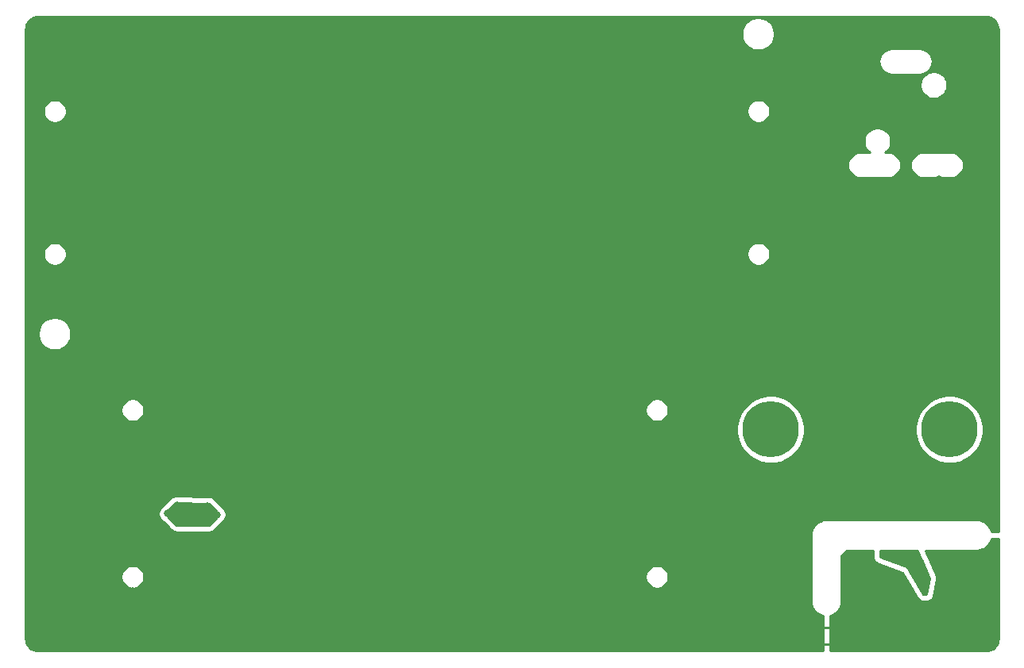
<source format=gbl>
G04 #@! TF.GenerationSoftware,KiCad,Pcbnew,(5.1.4)-1*
G04 #@! TF.CreationDate,2020-01-19T17:46:34-08:00*
G04 #@! TF.ProjectId,Light_intensity_data_logger,4c696768-745f-4696-9e74-656e73697479,rev?*
G04 #@! TF.SameCoordinates,Original*
G04 #@! TF.FileFunction,Copper,L2,Bot*
G04 #@! TF.FilePolarity,Positive*
%FSLAX46Y46*%
G04 Gerber Fmt 4.6, Leading zero omitted, Abs format (unit mm)*
G04 Created by KiCad (PCBNEW (5.1.4)-1) date 2020-01-19 17:46:34*
%MOMM*%
%LPD*%
G04 APERTURE LIST*
%ADD10C,6.000000*%
%ADD11C,0.800000*%
%ADD12C,0.250000*%
%ADD13C,0.254000*%
G04 APERTURE END LIST*
D10*
X153070000Y-76700000D03*
X172120000Y-76700000D03*
D11*
X166550000Y-93560000D03*
X166470000Y-94880000D03*
X166178703Y-92437044D03*
X163090000Y-91370000D03*
X164460000Y-91420000D03*
X172930000Y-93600000D03*
X174800000Y-93640000D03*
X163000000Y-97810000D03*
X165310000Y-96470000D03*
X139690000Y-91410000D03*
X139664999Y-93535001D03*
X142230000Y-73580000D03*
X142255001Y-75734999D03*
X106670000Y-91640000D03*
X106670000Y-93490000D03*
X87750000Y-55080000D03*
X93870000Y-55080000D03*
X99070000Y-55080000D03*
X103010000Y-55080000D03*
X107370000Y-55080000D03*
X116770000Y-48940000D03*
X118010000Y-55080000D03*
X129215000Y-54185000D03*
X124070000Y-60680000D03*
X88580000Y-41150000D03*
X92300000Y-41040000D03*
X104460000Y-38560000D03*
X108700000Y-38620000D03*
X110390000Y-37220000D03*
X158000000Y-39000000D03*
X155450000Y-38050000D03*
X160550000Y-36800000D03*
X164980000Y-40770000D03*
X157170000Y-36260000D03*
X159490000Y-34790000D03*
X162000000Y-35000000D03*
X162340000Y-38750000D03*
X161980000Y-40950000D03*
X162290000Y-43360000D03*
X166750000Y-46330000D03*
X169870000Y-46790000D03*
X175000000Y-45000000D03*
X175000000Y-41000000D03*
X172000000Y-42000000D03*
X172000000Y-38000000D03*
X174000000Y-36000000D03*
X168000000Y-35000000D03*
X165000000Y-35000000D03*
X144630000Y-46460000D03*
X143000000Y-49000000D03*
X143000000Y-52000000D03*
X138000000Y-54000000D03*
X128090000Y-64180000D03*
X131120000Y-61160000D03*
X134090000Y-58170000D03*
X136170000Y-56110000D03*
X134000000Y-55000000D03*
X130000000Y-58000000D03*
X127000000Y-61000000D03*
X124980000Y-57710000D03*
X122020000Y-47240000D03*
X121100000Y-59810000D03*
X119000000Y-63000000D03*
X112580000Y-57500000D03*
X116000000Y-60490000D03*
X117000000Y-66000000D03*
X114000000Y-63000000D03*
X110000000Y-65000000D03*
X109000000Y-58000000D03*
X105000000Y-61000000D03*
X102000000Y-65000000D03*
X100000000Y-58000000D03*
X90990000Y-57440000D03*
X86840000Y-57620000D03*
X84440000Y-63040000D03*
X95000000Y-60000000D03*
X83000000Y-58000000D03*
X84660000Y-69970000D03*
X80850000Y-66010000D03*
X77520000Y-61870000D03*
X91450000Y-68150000D03*
X88930000Y-67590000D03*
X97500000Y-68670000D03*
X104000000Y-68000000D03*
X74000000Y-40000000D03*
X74000000Y-35000000D03*
X76000000Y-33000000D03*
X80000000Y-33000000D03*
X85000000Y-33000000D03*
X90000000Y-33000000D03*
X95000000Y-33000000D03*
X100000000Y-33000000D03*
X105000000Y-33000000D03*
X110000000Y-33000000D03*
X115000000Y-33000000D03*
X120000000Y-33000000D03*
X124000000Y-33000000D03*
X129000000Y-33000000D03*
X134000000Y-33000000D03*
X139000000Y-33000000D03*
X144000000Y-33000000D03*
X150000000Y-33000000D03*
X155000000Y-33000000D03*
X119910000Y-38790000D03*
X124770000Y-38920000D03*
X130130000Y-38860000D03*
X135050000Y-38860000D03*
X139790000Y-38860000D03*
X148000000Y-36000000D03*
X77630000Y-40350000D03*
X75850000Y-39490000D03*
X80510000Y-41490000D03*
X96910000Y-51330000D03*
X101790000Y-44230000D03*
X110010000Y-42340000D03*
X115230000Y-42170000D03*
X120370000Y-42090000D03*
X126000000Y-46000000D03*
X110440000Y-48590000D03*
X96570000Y-46880000D03*
X102050000Y-49540000D03*
X105210000Y-42340000D03*
X125070000Y-42090000D03*
X124000000Y-51000000D03*
X168440000Y-42290000D03*
X171000000Y-50000000D03*
X168000000Y-50000000D03*
X169000000Y-52000000D03*
X162000000Y-52000000D03*
X157980000Y-51650000D03*
X153000000Y-52000000D03*
X151000000Y-55000000D03*
X147000000Y-58000000D03*
X144000000Y-62000000D03*
X141000000Y-64000000D03*
X139000000Y-67000000D03*
X136000000Y-69000000D03*
X133000000Y-70000000D03*
X133000000Y-79000000D03*
X130000000Y-82000000D03*
X134000000Y-82000000D03*
X138000000Y-82000000D03*
X141000000Y-81000000D03*
X136000000Y-80000000D03*
X139000000Y-70000000D03*
X143750000Y-70410000D03*
X142000000Y-69000000D03*
X143000000Y-66000000D03*
X146120000Y-67950000D03*
X146000000Y-63000000D03*
X148910000Y-65270000D03*
X149000000Y-58000000D03*
X118000000Y-84500000D03*
X121500000Y-84500000D03*
X126500000Y-84500000D03*
X131500000Y-84500000D03*
X136500000Y-84500000D03*
X140350000Y-84310000D03*
X142790000Y-81860000D03*
X144470000Y-79230000D03*
X144490000Y-75710000D03*
X144620000Y-72030000D03*
X147730000Y-68740000D03*
X150790000Y-65840000D03*
X175500000Y-49000000D03*
X175500000Y-53000000D03*
X172000000Y-54500000D03*
X166000000Y-55000000D03*
X161000000Y-55000000D03*
X156500000Y-56500000D03*
X152870000Y-63160000D03*
X99500000Y-81500000D03*
X102000000Y-83000000D03*
X106500000Y-82000000D03*
X110000000Y-83000000D03*
X108300000Y-79650000D03*
X118130000Y-92510000D03*
X120040000Y-98500000D03*
X117000000Y-98500000D03*
X113000000Y-89000000D03*
X113000000Y-92500000D03*
X113000000Y-97000000D03*
X111000000Y-98000000D03*
X74010000Y-93390000D03*
X74160000Y-87890000D03*
X75000000Y-85000000D03*
X75000000Y-81000000D03*
X75000000Y-75000000D03*
X75000000Y-71000000D03*
X75000000Y-63000000D03*
X79000000Y-67000000D03*
X82000000Y-70300000D03*
X77630000Y-78270000D03*
X81820000Y-82460000D03*
X81820000Y-74500000D03*
X82080000Y-78780000D03*
X80030000Y-85110000D03*
X84820000Y-79550000D03*
X85510000Y-85110000D03*
X90620000Y-81740000D03*
X79260000Y-100030000D03*
X74400000Y-99730000D03*
X85350000Y-87340000D03*
X82230000Y-90420000D03*
X84350000Y-99680000D03*
X90160000Y-92260000D03*
X87730000Y-92330000D03*
X87800000Y-97580000D03*
X90400000Y-99220000D03*
X93020000Y-97520000D03*
X177000000Y-56000000D03*
X177000000Y-61000000D03*
X177000000Y-66000000D03*
X177000000Y-71000000D03*
X177000000Y-75000000D03*
X177000000Y-80000000D03*
X177000000Y-86000000D03*
X171320000Y-85860000D03*
X166680000Y-85860000D03*
X163090000Y-86030000D03*
X159000000Y-86000000D03*
X157000000Y-89000000D03*
X157000000Y-93000000D03*
X157000000Y-96000000D03*
X154000000Y-96000000D03*
X151000000Y-96000000D03*
X147000000Y-96000000D03*
X144000000Y-96000000D03*
X144000000Y-93000000D03*
X144000000Y-89000000D03*
X147350000Y-85930000D03*
X149880000Y-83260000D03*
X151110000Y-80100000D03*
X151350000Y-87850000D03*
X161660000Y-78940000D03*
X165420000Y-70310000D03*
X155970000Y-79370000D03*
X168520000Y-78360000D03*
X172250000Y-80710000D03*
X170680000Y-71810000D03*
X155270000Y-73310000D03*
X159290000Y-69530000D03*
X162960000Y-65770000D03*
X166770000Y-63740000D03*
X171280000Y-63840000D03*
X171280000Y-68100000D03*
X172000000Y-100000000D03*
X176000000Y-100000000D03*
X176190000Y-96010000D03*
X177000000Y-93000000D03*
X177000000Y-89000000D03*
X170000000Y-90000000D03*
X171680000Y-91300000D03*
X174850000Y-91410000D03*
X174000000Y-98000000D03*
X98140000Y-98240000D03*
X162270000Y-46290000D03*
X157750000Y-46120000D03*
X152170000Y-46440000D03*
X155650000Y-48810000D03*
X160590000Y-49110000D03*
X100560000Y-85100000D03*
X103700000Y-85060000D03*
X106940000Y-84970000D03*
X111760000Y-85000000D03*
X108490000Y-87550000D03*
X105520000Y-87600000D03*
X103340000Y-87550000D03*
X80940000Y-51170000D03*
X79860000Y-46730000D03*
X75490000Y-49530000D03*
X74590000Y-44260000D03*
X122050000Y-86970000D03*
X126660000Y-87130000D03*
X130640000Y-87130000D03*
X133870000Y-87060000D03*
X138370000Y-87080000D03*
X89490000Y-42870000D03*
X89490000Y-45490000D03*
X89490000Y-47980000D03*
X89490000Y-50500000D03*
X89520000Y-53330000D03*
X84650000Y-53960000D03*
X86030000Y-41510000D03*
X83330000Y-41580000D03*
X82390000Y-45060000D03*
X134610000Y-41990000D03*
X132540000Y-41970000D03*
X129180000Y-42090000D03*
X128730000Y-44860000D03*
X128610000Y-48100000D03*
X128810000Y-51130000D03*
X132020000Y-54340000D03*
X117150000Y-37120000D03*
X114000000Y-34530000D03*
X110620000Y-34920000D03*
X117010000Y-34890000D03*
X125070000Y-82590000D03*
X120480000Y-82570000D03*
X115810000Y-82520000D03*
X112740000Y-79500000D03*
X120600000Y-69670000D03*
X122730000Y-67250000D03*
X125990000Y-63450000D03*
X124900000Y-65620000D03*
X122560000Y-62110000D03*
X120660000Y-73810000D03*
X120646678Y-78825000D03*
X113020000Y-74720000D03*
X113010000Y-70815000D03*
X113012653Y-77627347D03*
X92680000Y-74780000D03*
X92710000Y-71320000D03*
X95290000Y-74630000D03*
X100340000Y-74720000D03*
X102840000Y-78190000D03*
X102840000Y-74670000D03*
X105360000Y-74740000D03*
X115570000Y-74650000D03*
X118120000Y-74740000D03*
X115550000Y-70815000D03*
X116780000Y-79950000D03*
X105400000Y-78220000D03*
X105530000Y-70300000D03*
X118800000Y-79490000D03*
X118100000Y-70990000D03*
X92710000Y-92480000D03*
X92710000Y-88840000D03*
X95260000Y-92520000D03*
X95260000Y-89070000D03*
X95500000Y-98580000D03*
X100320000Y-88940000D03*
X100310000Y-92480000D03*
X100310000Y-96830000D03*
X102870000Y-96930000D03*
X102830000Y-92490000D03*
X118090000Y-88990000D03*
X123190000Y-92490000D03*
X123180000Y-89010000D03*
X123170000Y-97100000D03*
X128300000Y-96210000D03*
X128280000Y-92500000D03*
X130760000Y-92500000D03*
X130760000Y-96230000D03*
X133340000Y-96160000D03*
X133340000Y-92520000D03*
X135910000Y-92500000D03*
X135870000Y-95730000D03*
X138400000Y-95830000D03*
X140970000Y-95830000D03*
X168630000Y-98450000D03*
X170850000Y-96190000D03*
X153520000Y-57410000D03*
X156120000Y-59170000D03*
X153540000Y-61360000D03*
X151160000Y-60090000D03*
X155640000Y-61060000D03*
X154790000Y-56260000D03*
X152330000Y-55990000D03*
X152210000Y-61330000D03*
X155330000Y-57740000D03*
X122610000Y-65010000D03*
X125590000Y-61870000D03*
X117820000Y-69365000D03*
X119222347Y-68192347D03*
X144090000Y-37930000D03*
X171570000Y-34900000D03*
X165310000Y-43360000D03*
X79010000Y-87550000D03*
X82330000Y-95470000D03*
X78420000Y-93590000D03*
X162930000Y-93710000D03*
X161800000Y-91020000D03*
X74630000Y-54650000D03*
X76730000Y-56140000D03*
X78440000Y-57880000D03*
X110790000Y-67830000D03*
X92710000Y-78140000D03*
X95220000Y-78140000D03*
X97790000Y-78230000D03*
X100310000Y-78230000D03*
X97820000Y-74730000D03*
X95250000Y-69640000D03*
X100310000Y-69640000D03*
X103410000Y-79935000D03*
X99170000Y-79890000D03*
X89000000Y-79550000D03*
X94990000Y-81690000D03*
X85060000Y-93940000D03*
X90180000Y-88820000D03*
X87670000Y-88260000D03*
X85100000Y-90960000D03*
X152670000Y-41200000D03*
X156360000Y-41370000D03*
X157010000Y-43610000D03*
X148190000Y-42550000D03*
X169730000Y-92620000D03*
X168630000Y-91600000D03*
X168628807Y-90149999D03*
X166900000Y-90149999D03*
X169470000Y-93960000D03*
X165240000Y-90150000D03*
X93045020Y-86644990D03*
X93045020Y-84875020D03*
X94010000Y-85800000D03*
X89794980Y-86614980D03*
X88830000Y-85690000D03*
X89794980Y-84845010D03*
D12*
X166550000Y-93560000D02*
X166550000Y-94800000D01*
X166550000Y-94800000D02*
X166470000Y-94880000D01*
X166178703Y-93002729D02*
X166560000Y-93384026D01*
X166178703Y-92437044D02*
X166178703Y-93002729D01*
X166560000Y-93384026D02*
X166560000Y-93590000D01*
X162730000Y-93570000D02*
X162730000Y-91730000D01*
X162730000Y-91730000D02*
X163090000Y-91370000D01*
X163894315Y-91420000D02*
X163794315Y-91320000D01*
X164460000Y-91420000D02*
X163894315Y-91420000D01*
X163794315Y-91320000D02*
X163040000Y-91320000D01*
X163040000Y-91320000D02*
X162990000Y-91370000D01*
X172170000Y-93620000D02*
X173570000Y-93620000D01*
X174800000Y-93640000D02*
X172180000Y-93640000D01*
X172180000Y-93640000D02*
X172170000Y-93630000D01*
X163000000Y-97810000D02*
X163970000Y-97810000D01*
X163970000Y-97810000D02*
X165310000Y-96470000D01*
X163000000Y-97810000D02*
X156530000Y-97810000D01*
X156530000Y-97810000D02*
X156520000Y-97800000D01*
X163000000Y-98375685D02*
X161735685Y-99640000D01*
X163000000Y-97810000D02*
X163000000Y-98375685D01*
X161735685Y-99640000D02*
X156520000Y-99640000D01*
X156520000Y-99640000D02*
X156510000Y-99650000D01*
X168630000Y-91600000D02*
X168630000Y-90151192D01*
X168630000Y-90151192D02*
X168628807Y-90149999D01*
X166900000Y-90149999D02*
X168620001Y-90149999D01*
X168620001Y-90149999D02*
X168640000Y-90130000D01*
X169330001Y-92220001D02*
X169320001Y-92220001D01*
X169730000Y-92620000D02*
X169330001Y-92220001D01*
X169320001Y-92220001D02*
X168640000Y-91540000D01*
X169470000Y-93960000D02*
X169470000Y-92880000D01*
X169470000Y-92880000D02*
X169730000Y-92620000D01*
X166900000Y-90149999D02*
X165240001Y-90149999D01*
X165240001Y-90149999D02*
X165240000Y-90150000D01*
X93445019Y-85275019D02*
X93465019Y-85275019D01*
X93045020Y-84875020D02*
X93445019Y-85275019D01*
X93465019Y-85275019D02*
X93980000Y-85790000D01*
X93980000Y-85790000D02*
X93930000Y-85790000D01*
X93930000Y-85790000D02*
X93090000Y-86630000D01*
X93090000Y-86630000D02*
X93080000Y-86630000D01*
X90574990Y-85844980D02*
X89794980Y-86624990D01*
X93045020Y-85844980D02*
X90574990Y-85844980D01*
X93045020Y-85844980D02*
X93045020Y-84875020D01*
X93045020Y-86644990D02*
X93045020Y-85844980D01*
X89394981Y-86214981D02*
X89374981Y-86214981D01*
X89750000Y-84860000D02*
X89760000Y-84860000D01*
X88860000Y-85700000D02*
X88910000Y-85700000D01*
X89794980Y-86614980D02*
X89394981Y-86214981D01*
X89374981Y-86214981D02*
X88860000Y-85700000D01*
X88910000Y-85700000D02*
X89750000Y-84860000D01*
X89794980Y-84845010D02*
X89794980Y-86614980D01*
D13*
G36*
X177340001Y-98967711D02*
G01*
X177311375Y-99259660D01*
X177235965Y-99509429D01*
X177113477Y-99739794D01*
X176948579Y-99941979D01*
X176747546Y-100108288D01*
X176518046Y-100232378D01*
X176268805Y-100309531D01*
X175978911Y-100340000D01*
X159377000Y-100340000D01*
X159377000Y-96574209D01*
X159628715Y-96497852D01*
X159912752Y-96346031D01*
X160161714Y-96141714D01*
X160366031Y-95892752D01*
X160517852Y-95608715D01*
X160611343Y-95300516D01*
X160635000Y-95060322D01*
X160635000Y-90157239D01*
X161177239Y-89615000D01*
X163948837Y-89615000D01*
X163996046Y-90436434D01*
X164012825Y-90549400D01*
X164053831Y-90666934D01*
X164116978Y-90774210D01*
X164199840Y-90867105D01*
X164299233Y-90942050D01*
X164411338Y-90996164D01*
X167088476Y-91978090D01*
X168703200Y-94712854D01*
X168800987Y-94839013D01*
X168897213Y-94917983D01*
X169006996Y-94976664D01*
X169126118Y-95012799D01*
X169250000Y-95025000D01*
X169780000Y-95025000D01*
X169897280Y-95014076D01*
X170016778Y-94979204D01*
X170127176Y-94921689D01*
X170224233Y-94843742D01*
X170304218Y-94748358D01*
X170364057Y-94639203D01*
X170401452Y-94520471D01*
X170445987Y-94308346D01*
X170465226Y-94261898D01*
X170505000Y-94061939D01*
X170505000Y-94027256D01*
X170781452Y-92710471D01*
X170794793Y-92563793D01*
X170779434Y-92440263D01*
X170740270Y-92322102D01*
X169537114Y-89615000D01*
X175080322Y-89615000D01*
X175320516Y-89591343D01*
X175628715Y-89497852D01*
X175912752Y-89346031D01*
X176161714Y-89141714D01*
X176366031Y-88892752D01*
X176517852Y-88608715D01*
X176588142Y-88377000D01*
X177340001Y-88377000D01*
X177340001Y-98967711D01*
X177340001Y-98967711D01*
G37*
X177340001Y-98967711D02*
X177311375Y-99259660D01*
X177235965Y-99509429D01*
X177113477Y-99739794D01*
X176948579Y-99941979D01*
X176747546Y-100108288D01*
X176518046Y-100232378D01*
X176268805Y-100309531D01*
X175978911Y-100340000D01*
X159377000Y-100340000D01*
X159377000Y-96574209D01*
X159628715Y-96497852D01*
X159912752Y-96346031D01*
X160161714Y-96141714D01*
X160366031Y-95892752D01*
X160517852Y-95608715D01*
X160611343Y-95300516D01*
X160635000Y-95060322D01*
X160635000Y-90157239D01*
X161177239Y-89615000D01*
X163948837Y-89615000D01*
X163996046Y-90436434D01*
X164012825Y-90549400D01*
X164053831Y-90666934D01*
X164116978Y-90774210D01*
X164199840Y-90867105D01*
X164299233Y-90942050D01*
X164411338Y-90996164D01*
X167088476Y-91978090D01*
X168703200Y-94712854D01*
X168800987Y-94839013D01*
X168897213Y-94917983D01*
X169006996Y-94976664D01*
X169126118Y-95012799D01*
X169250000Y-95025000D01*
X169780000Y-95025000D01*
X169897280Y-95014076D01*
X170016778Y-94979204D01*
X170127176Y-94921689D01*
X170224233Y-94843742D01*
X170304218Y-94748358D01*
X170364057Y-94639203D01*
X170401452Y-94520471D01*
X170445987Y-94308346D01*
X170465226Y-94261898D01*
X170505000Y-94061939D01*
X170505000Y-94027256D01*
X170781452Y-92710471D01*
X170794793Y-92563793D01*
X170779434Y-92440263D01*
X170740270Y-92322102D01*
X169537114Y-89615000D01*
X175080322Y-89615000D01*
X175320516Y-89591343D01*
X175628715Y-89497852D01*
X175912752Y-89346031D01*
X176161714Y-89141714D01*
X176366031Y-88892752D01*
X176517852Y-88608715D01*
X176588142Y-88377000D01*
X177340001Y-88377000D01*
X177340001Y-98967711D01*
G36*
X176259659Y-32688625D02*
G01*
X176509429Y-32764035D01*
X176739792Y-32886522D01*
X176941980Y-33051422D01*
X177108286Y-33252450D01*
X177232378Y-33481954D01*
X177309531Y-33731195D01*
X177340000Y-34021088D01*
X177340001Y-87623000D01*
X176600276Y-87623000D01*
X176517852Y-87351285D01*
X176366031Y-87067248D01*
X176161714Y-86818286D01*
X175912752Y-86613969D01*
X175628715Y-86462148D01*
X175320516Y-86368657D01*
X175080322Y-86345000D01*
X159080322Y-86345000D01*
X159000000Y-86337089D01*
X158919678Y-86345000D01*
X158679484Y-86368657D01*
X158371285Y-86462148D01*
X158087248Y-86613969D01*
X157838286Y-86818286D01*
X157633969Y-87067248D01*
X157482148Y-87351285D01*
X157388657Y-87659484D01*
X157357089Y-87980000D01*
X157365000Y-88060322D01*
X157365001Y-95060322D01*
X157388658Y-95300516D01*
X157482149Y-95608715D01*
X157633970Y-95892752D01*
X157838287Y-96141714D01*
X158087249Y-96346031D01*
X158371286Y-96497852D01*
X158623000Y-96574208D01*
X158623000Y-100340000D01*
X75032279Y-100340000D01*
X74740340Y-100311375D01*
X74490571Y-100235965D01*
X74260206Y-100113477D01*
X74058021Y-99948579D01*
X73891712Y-99747546D01*
X73767622Y-99518046D01*
X73690469Y-99268805D01*
X73660000Y-98978911D01*
X73660000Y-92324856D01*
X83840000Y-92324856D01*
X83840000Y-92567144D01*
X83887269Y-92804778D01*
X83979989Y-93028623D01*
X84114597Y-93230079D01*
X84285921Y-93401403D01*
X84487377Y-93536011D01*
X84711222Y-93628731D01*
X84948856Y-93676000D01*
X85191144Y-93676000D01*
X85428778Y-93628731D01*
X85652623Y-93536011D01*
X85854079Y-93401403D01*
X86025403Y-93230079D01*
X86160011Y-93028623D01*
X86252731Y-92804778D01*
X86300000Y-92567144D01*
X86300000Y-92324856D01*
X139720000Y-92324856D01*
X139720000Y-92567144D01*
X139767269Y-92804778D01*
X139859989Y-93028623D01*
X139994597Y-93230079D01*
X140165921Y-93401403D01*
X140367377Y-93536011D01*
X140591222Y-93628731D01*
X140828856Y-93676000D01*
X141071144Y-93676000D01*
X141308778Y-93628731D01*
X141532623Y-93536011D01*
X141734079Y-93401403D01*
X141905403Y-93230079D01*
X142040011Y-93028623D01*
X142132731Y-92804778D01*
X142180000Y-92567144D01*
X142180000Y-92324856D01*
X142132731Y-92087222D01*
X142040011Y-91863377D01*
X141905403Y-91661921D01*
X141734079Y-91490597D01*
X141532623Y-91355989D01*
X141308778Y-91263269D01*
X141071144Y-91216000D01*
X140828856Y-91216000D01*
X140591222Y-91263269D01*
X140367377Y-91355989D01*
X140165921Y-91490597D01*
X139994597Y-91661921D01*
X139859989Y-91863377D01*
X139767269Y-92087222D01*
X139720000Y-92324856D01*
X86300000Y-92324856D01*
X86252731Y-92087222D01*
X86160011Y-91863377D01*
X86025403Y-91661921D01*
X85854079Y-91490597D01*
X85652623Y-91355989D01*
X85428778Y-91263269D01*
X85191144Y-91216000D01*
X84948856Y-91216000D01*
X84711222Y-91263269D01*
X84487377Y-91355989D01*
X84285921Y-91490597D01*
X84114597Y-91661921D01*
X83979989Y-91863377D01*
X83887269Y-92087222D01*
X83840000Y-92324856D01*
X73660000Y-92324856D01*
X73660000Y-85588061D01*
X87795000Y-85588061D01*
X87795000Y-85791939D01*
X87834774Y-85991898D01*
X87912795Y-86180256D01*
X88026063Y-86349774D01*
X88170226Y-86493937D01*
X88339744Y-86607205D01*
X88353825Y-86613038D01*
X88954307Y-87219775D01*
X88991043Y-87274754D01*
X89135206Y-87418917D01*
X89183006Y-87450856D01*
X89198667Y-87466680D01*
X89292825Y-87545025D01*
X89402116Y-87604618D01*
X89520932Y-87641745D01*
X89644709Y-87654978D01*
X93244709Y-87684978D01*
X93367031Y-87674122D01*
X93486543Y-87639298D01*
X93596964Y-87581828D01*
X93694052Y-87503920D01*
X94496776Y-86718646D01*
X94500256Y-86717205D01*
X94669774Y-86603937D01*
X94813937Y-86459774D01*
X94927205Y-86290256D01*
X95005226Y-86101898D01*
X95045000Y-85901939D01*
X95045000Y-85698061D01*
X95005226Y-85498102D01*
X94927205Y-85309744D01*
X94813937Y-85140226D01*
X94669774Y-84996063D01*
X94564031Y-84925408D01*
X93681382Y-84033369D01*
X93587138Y-83954950D01*
X93477844Y-83895365D01*
X93359025Y-83858246D01*
X93235248Y-83845022D01*
X93169369Y-83844478D01*
X93146959Y-83840020D01*
X92943081Y-83840020D01*
X92930592Y-83842504D01*
X89935852Y-83817754D01*
X89896919Y-83810010D01*
X89693041Y-83810010D01*
X89665347Y-83815519D01*
X89605248Y-83815022D01*
X89479599Y-83826519D01*
X89360277Y-83861988D01*
X89250168Y-83920054D01*
X89153503Y-83998486D01*
X88392658Y-84750877D01*
X88339744Y-84772795D01*
X88170226Y-84886063D01*
X88026063Y-85030226D01*
X87912795Y-85199744D01*
X87834774Y-85388102D01*
X87795000Y-85588061D01*
X73660000Y-85588061D01*
X73660000Y-76341984D01*
X149435000Y-76341984D01*
X149435000Y-77058016D01*
X149574691Y-77760290D01*
X149848705Y-78421818D01*
X150246511Y-79017177D01*
X150752823Y-79523489D01*
X151348182Y-79921295D01*
X152009710Y-80195309D01*
X152711984Y-80335000D01*
X153428016Y-80335000D01*
X154130290Y-80195309D01*
X154791818Y-79921295D01*
X155387177Y-79523489D01*
X155893489Y-79017177D01*
X156291295Y-78421818D01*
X156565309Y-77760290D01*
X156705000Y-77058016D01*
X156705000Y-76341984D01*
X168485000Y-76341984D01*
X168485000Y-77058016D01*
X168624691Y-77760290D01*
X168898705Y-78421818D01*
X169296511Y-79017177D01*
X169802823Y-79523489D01*
X170398182Y-79921295D01*
X171059710Y-80195309D01*
X171761984Y-80335000D01*
X172478016Y-80335000D01*
X173180290Y-80195309D01*
X173841818Y-79921295D01*
X174437177Y-79523489D01*
X174943489Y-79017177D01*
X175341295Y-78421818D01*
X175615309Y-77760290D01*
X175755000Y-77058016D01*
X175755000Y-76341984D01*
X175615309Y-75639710D01*
X175341295Y-74978182D01*
X174943489Y-74382823D01*
X174437177Y-73876511D01*
X173841818Y-73478705D01*
X173180290Y-73204691D01*
X172478016Y-73065000D01*
X171761984Y-73065000D01*
X171059710Y-73204691D01*
X170398182Y-73478705D01*
X169802823Y-73876511D01*
X169296511Y-74382823D01*
X168898705Y-74978182D01*
X168624691Y-75639710D01*
X168485000Y-76341984D01*
X156705000Y-76341984D01*
X156565309Y-75639710D01*
X156291295Y-74978182D01*
X155893489Y-74382823D01*
X155387177Y-73876511D01*
X154791818Y-73478705D01*
X154130290Y-73204691D01*
X153428016Y-73065000D01*
X152711984Y-73065000D01*
X152009710Y-73204691D01*
X151348182Y-73478705D01*
X150752823Y-73876511D01*
X150246511Y-74382823D01*
X149848705Y-74978182D01*
X149574691Y-75639710D01*
X149435000Y-76341984D01*
X73660000Y-76341984D01*
X73660000Y-74514856D01*
X83840000Y-74514856D01*
X83840000Y-74757144D01*
X83887269Y-74994778D01*
X83979989Y-75218623D01*
X84114597Y-75420079D01*
X84285921Y-75591403D01*
X84487377Y-75726011D01*
X84711222Y-75818731D01*
X84948856Y-75866000D01*
X85191144Y-75866000D01*
X85428778Y-75818731D01*
X85652623Y-75726011D01*
X85854079Y-75591403D01*
X86025403Y-75420079D01*
X86160011Y-75218623D01*
X86252731Y-74994778D01*
X86300000Y-74757144D01*
X86300000Y-74514856D01*
X139720000Y-74514856D01*
X139720000Y-74757144D01*
X139767269Y-74994778D01*
X139859989Y-75218623D01*
X139994597Y-75420079D01*
X140165921Y-75591403D01*
X140367377Y-75726011D01*
X140591222Y-75818731D01*
X140828856Y-75866000D01*
X141071144Y-75866000D01*
X141308778Y-75818731D01*
X141532623Y-75726011D01*
X141734079Y-75591403D01*
X141905403Y-75420079D01*
X142040011Y-75218623D01*
X142132731Y-74994778D01*
X142180000Y-74757144D01*
X142180000Y-74514856D01*
X142132731Y-74277222D01*
X142040011Y-74053377D01*
X141905403Y-73851921D01*
X141734079Y-73680597D01*
X141532623Y-73545989D01*
X141308778Y-73453269D01*
X141071144Y-73406000D01*
X140828856Y-73406000D01*
X140591222Y-73453269D01*
X140367377Y-73545989D01*
X140165921Y-73680597D01*
X139994597Y-73851921D01*
X139859989Y-74053377D01*
X139767269Y-74277222D01*
X139720000Y-74514856D01*
X86300000Y-74514856D01*
X86252731Y-74277222D01*
X86160011Y-74053377D01*
X86025403Y-73851921D01*
X85854079Y-73680597D01*
X85652623Y-73545989D01*
X85428778Y-73453269D01*
X85191144Y-73406000D01*
X84948856Y-73406000D01*
X84711222Y-73453269D01*
X84487377Y-73545989D01*
X84285921Y-73680597D01*
X84114597Y-73851921D01*
X83979989Y-74053377D01*
X83887269Y-74277222D01*
X83840000Y-74514856D01*
X73660000Y-74514856D01*
X73660000Y-66316415D01*
X74980420Y-66316415D01*
X74980420Y-66663105D01*
X75048056Y-67003133D01*
X75180728Y-67323433D01*
X75373339Y-67611695D01*
X75618485Y-67856841D01*
X75906747Y-68049452D01*
X76227047Y-68182124D01*
X76567075Y-68249760D01*
X76913765Y-68249760D01*
X77253793Y-68182124D01*
X77574093Y-68049452D01*
X77862355Y-67856841D01*
X78107501Y-67611695D01*
X78300112Y-67323433D01*
X78432784Y-67003133D01*
X78500420Y-66663105D01*
X78500420Y-66316415D01*
X78432784Y-65976387D01*
X78300112Y-65656087D01*
X78107501Y-65367825D01*
X77862355Y-65122679D01*
X77574093Y-64930068D01*
X77253793Y-64797396D01*
X76913765Y-64729760D01*
X76567075Y-64729760D01*
X76227047Y-64797396D01*
X75906747Y-64930068D01*
X75618485Y-65122679D01*
X75373339Y-65367825D01*
X75180728Y-65656087D01*
X75048056Y-65976387D01*
X74980420Y-66316415D01*
X73660000Y-66316415D01*
X73660000Y-57878856D01*
X75550000Y-57878856D01*
X75550000Y-58121144D01*
X75597269Y-58358778D01*
X75689989Y-58582623D01*
X75824597Y-58784079D01*
X75995921Y-58955403D01*
X76197377Y-59090011D01*
X76421222Y-59182731D01*
X76658856Y-59230000D01*
X76901144Y-59230000D01*
X77138778Y-59182731D01*
X77362623Y-59090011D01*
X77564079Y-58955403D01*
X77735403Y-58784079D01*
X77870011Y-58582623D01*
X77962731Y-58358778D01*
X78010000Y-58121144D01*
X78010000Y-57878856D01*
X78006022Y-57858856D01*
X150530000Y-57858856D01*
X150530000Y-58101144D01*
X150577269Y-58338778D01*
X150669989Y-58562623D01*
X150804597Y-58764079D01*
X150975921Y-58935403D01*
X151177377Y-59070011D01*
X151401222Y-59162731D01*
X151638856Y-59210000D01*
X151881144Y-59210000D01*
X152118778Y-59162731D01*
X152342623Y-59070011D01*
X152544079Y-58935403D01*
X152715403Y-58764079D01*
X152850011Y-58562623D01*
X152942731Y-58338778D01*
X152990000Y-58101144D01*
X152990000Y-57858856D01*
X152942731Y-57621222D01*
X152850011Y-57397377D01*
X152715403Y-57195921D01*
X152544079Y-57024597D01*
X152342623Y-56889989D01*
X152118778Y-56797269D01*
X151881144Y-56750000D01*
X151638856Y-56750000D01*
X151401222Y-56797269D01*
X151177377Y-56889989D01*
X150975921Y-57024597D01*
X150804597Y-57195921D01*
X150669989Y-57397377D01*
X150577269Y-57621222D01*
X150530000Y-57858856D01*
X78006022Y-57858856D01*
X77962731Y-57641222D01*
X77870011Y-57417377D01*
X77735403Y-57215921D01*
X77564079Y-57044597D01*
X77362623Y-56909989D01*
X77138778Y-56817269D01*
X76901144Y-56770000D01*
X76658856Y-56770000D01*
X76421222Y-56817269D01*
X76197377Y-56909989D01*
X75995921Y-57044597D01*
X75824597Y-57215921D01*
X75689989Y-57417377D01*
X75597269Y-57641222D01*
X75550000Y-57878856D01*
X73660000Y-57878856D01*
X73660000Y-48485000D01*
X161258420Y-48485000D01*
X161284678Y-48751607D01*
X161362445Y-49007968D01*
X161488730Y-49244231D01*
X161658682Y-49451318D01*
X161865769Y-49621270D01*
X162102032Y-49747555D01*
X162358393Y-49825322D01*
X162558191Y-49845000D01*
X165641809Y-49845000D01*
X165841607Y-49825322D01*
X166097968Y-49747555D01*
X166334231Y-49621270D01*
X166541318Y-49451318D01*
X166711270Y-49244231D01*
X166837555Y-49007968D01*
X166915322Y-48751607D01*
X166941580Y-48485000D01*
X167958420Y-48485000D01*
X167984678Y-48751607D01*
X168062445Y-49007968D01*
X168188730Y-49244231D01*
X168358682Y-49451318D01*
X168565769Y-49621270D01*
X168802032Y-49747555D01*
X169058393Y-49825322D01*
X169258191Y-49845000D01*
X172341809Y-49845000D01*
X172541607Y-49825322D01*
X172797968Y-49747555D01*
X173034231Y-49621270D01*
X173241318Y-49451318D01*
X173411270Y-49244231D01*
X173537555Y-49007968D01*
X173615322Y-48751607D01*
X173641580Y-48485000D01*
X173615322Y-48218393D01*
X173537555Y-47962032D01*
X173411270Y-47725769D01*
X173241318Y-47518682D01*
X173034231Y-47348730D01*
X172797968Y-47222445D01*
X172541607Y-47144678D01*
X172341809Y-47125000D01*
X169258191Y-47125000D01*
X169058393Y-47144678D01*
X168802032Y-47222445D01*
X168565769Y-47348730D01*
X168358682Y-47518682D01*
X168188730Y-47725769D01*
X168062445Y-47962032D01*
X167984678Y-48218393D01*
X167958420Y-48485000D01*
X166941580Y-48485000D01*
X166915322Y-48218393D01*
X166837555Y-47962032D01*
X166711270Y-47725769D01*
X166541318Y-47518682D01*
X166334231Y-47348730D01*
X166097968Y-47222445D01*
X165841607Y-47144678D01*
X165641809Y-47125000D01*
X165289385Y-47125000D01*
X165364759Y-47074637D01*
X165564637Y-46874759D01*
X165721680Y-46639727D01*
X165829853Y-46378574D01*
X165885000Y-46101335D01*
X165885000Y-45818665D01*
X165829853Y-45541426D01*
X165721680Y-45280273D01*
X165564637Y-45045241D01*
X165364759Y-44845363D01*
X165129727Y-44688320D01*
X164868574Y-44580147D01*
X164591335Y-44525000D01*
X164308665Y-44525000D01*
X164031426Y-44580147D01*
X163770273Y-44688320D01*
X163535241Y-44845363D01*
X163335363Y-45045241D01*
X163178320Y-45280273D01*
X163070147Y-45541426D01*
X163015000Y-45818665D01*
X163015000Y-46101335D01*
X163070147Y-46378574D01*
X163178320Y-46639727D01*
X163335363Y-46874759D01*
X163535241Y-47074637D01*
X163610615Y-47125000D01*
X162558191Y-47125000D01*
X162358393Y-47144678D01*
X162102032Y-47222445D01*
X161865769Y-47348730D01*
X161658682Y-47518682D01*
X161488730Y-47725769D01*
X161362445Y-47962032D01*
X161284678Y-48218393D01*
X161258420Y-48485000D01*
X73660000Y-48485000D01*
X73660000Y-42638856D01*
X75550000Y-42638856D01*
X75550000Y-42881144D01*
X75597269Y-43118778D01*
X75689989Y-43342623D01*
X75824597Y-43544079D01*
X75995921Y-43715403D01*
X76197377Y-43850011D01*
X76421222Y-43942731D01*
X76658856Y-43990000D01*
X76901144Y-43990000D01*
X77138778Y-43942731D01*
X77362623Y-43850011D01*
X77564079Y-43715403D01*
X77735403Y-43544079D01*
X77870011Y-43342623D01*
X77962731Y-43118778D01*
X78010000Y-42881144D01*
X78010000Y-42638856D01*
X78006022Y-42618856D01*
X150530000Y-42618856D01*
X150530000Y-42861144D01*
X150577269Y-43098778D01*
X150669989Y-43322623D01*
X150804597Y-43524079D01*
X150975921Y-43695403D01*
X151177377Y-43830011D01*
X151401222Y-43922731D01*
X151638856Y-43970000D01*
X151881144Y-43970000D01*
X152118778Y-43922731D01*
X152342623Y-43830011D01*
X152544079Y-43695403D01*
X152715403Y-43524079D01*
X152850011Y-43322623D01*
X152942731Y-43098778D01*
X152990000Y-42861144D01*
X152990000Y-42618856D01*
X152942731Y-42381222D01*
X152850011Y-42157377D01*
X152715403Y-41955921D01*
X152544079Y-41784597D01*
X152342623Y-41649989D01*
X152118778Y-41557269D01*
X151881144Y-41510000D01*
X151638856Y-41510000D01*
X151401222Y-41557269D01*
X151177377Y-41649989D01*
X150975921Y-41784597D01*
X150804597Y-41955921D01*
X150669989Y-42157377D01*
X150577269Y-42381222D01*
X150530000Y-42618856D01*
X78006022Y-42618856D01*
X77962731Y-42401222D01*
X77870011Y-42177377D01*
X77735403Y-41975921D01*
X77564079Y-41804597D01*
X77362623Y-41669989D01*
X77138778Y-41577269D01*
X76901144Y-41530000D01*
X76658856Y-41530000D01*
X76421222Y-41577269D01*
X76197377Y-41669989D01*
X75995921Y-41804597D01*
X75824597Y-41975921D01*
X75689989Y-42177377D01*
X75597269Y-42401222D01*
X75550000Y-42638856D01*
X73660000Y-42638856D01*
X73660000Y-39818665D01*
X169015000Y-39818665D01*
X169015000Y-40101335D01*
X169070147Y-40378574D01*
X169178320Y-40639727D01*
X169335363Y-40874759D01*
X169535241Y-41074637D01*
X169770273Y-41231680D01*
X170031426Y-41339853D01*
X170308665Y-41395000D01*
X170591335Y-41395000D01*
X170868574Y-41339853D01*
X171129727Y-41231680D01*
X171364759Y-41074637D01*
X171564637Y-40874759D01*
X171721680Y-40639727D01*
X171829853Y-40378574D01*
X171885000Y-40101335D01*
X171885000Y-39818665D01*
X171829853Y-39541426D01*
X171721680Y-39280273D01*
X171564637Y-39045241D01*
X171364759Y-38845363D01*
X171129727Y-38688320D01*
X170868574Y-38580147D01*
X170591335Y-38525000D01*
X170308665Y-38525000D01*
X170031426Y-38580147D01*
X169770273Y-38688320D01*
X169535241Y-38845363D01*
X169335363Y-39045241D01*
X169178320Y-39280273D01*
X169070147Y-39541426D01*
X169015000Y-39818665D01*
X73660000Y-39818665D01*
X73660000Y-37435000D01*
X164608420Y-37435000D01*
X164634678Y-37701607D01*
X164712445Y-37957968D01*
X164838730Y-38194231D01*
X165008682Y-38401318D01*
X165215769Y-38571270D01*
X165452032Y-38697555D01*
X165708393Y-38775322D01*
X165908191Y-38795000D01*
X168991809Y-38795000D01*
X169191607Y-38775322D01*
X169447968Y-38697555D01*
X169684231Y-38571270D01*
X169891318Y-38401318D01*
X170061270Y-38194231D01*
X170187555Y-37957968D01*
X170265322Y-37701607D01*
X170291580Y-37435000D01*
X170265322Y-37168393D01*
X170187555Y-36912032D01*
X170061270Y-36675769D01*
X169891318Y-36468682D01*
X169684231Y-36298730D01*
X169447968Y-36172445D01*
X169191607Y-36094678D01*
X168991809Y-36075000D01*
X165908191Y-36075000D01*
X165708393Y-36094678D01*
X165452032Y-36172445D01*
X165215769Y-36298730D01*
X165008682Y-36468682D01*
X164838730Y-36675769D01*
X164712445Y-36912032D01*
X164634678Y-37168393D01*
X164608420Y-37435000D01*
X73660000Y-37435000D01*
X73660000Y-34316415D01*
X149980420Y-34316415D01*
X149980420Y-34663105D01*
X150048056Y-35003133D01*
X150180728Y-35323433D01*
X150373339Y-35611695D01*
X150618485Y-35856841D01*
X150906747Y-36049452D01*
X151227047Y-36182124D01*
X151567075Y-36249760D01*
X151913765Y-36249760D01*
X152253793Y-36182124D01*
X152574093Y-36049452D01*
X152862355Y-35856841D01*
X153107501Y-35611695D01*
X153300112Y-35323433D01*
X153432784Y-35003133D01*
X153500420Y-34663105D01*
X153500420Y-34316415D01*
X153432784Y-33976387D01*
X153300112Y-33656087D01*
X153107501Y-33367825D01*
X152862355Y-33122679D01*
X152574093Y-32930068D01*
X152253793Y-32797396D01*
X151913765Y-32729760D01*
X151567075Y-32729760D01*
X151227047Y-32797396D01*
X150906747Y-32930068D01*
X150618485Y-33122679D01*
X150373339Y-33367825D01*
X150180728Y-33656087D01*
X150048056Y-33976387D01*
X149980420Y-34316415D01*
X73660000Y-34316415D01*
X73660000Y-34032279D01*
X73688625Y-33740341D01*
X73764035Y-33490571D01*
X73886522Y-33260208D01*
X74051422Y-33058020D01*
X74252450Y-32891714D01*
X74481954Y-32767622D01*
X74731195Y-32690469D01*
X75021088Y-32660000D01*
X175967721Y-32660000D01*
X176259659Y-32688625D01*
X176259659Y-32688625D01*
G37*
X176259659Y-32688625D02*
X176509429Y-32764035D01*
X176739792Y-32886522D01*
X176941980Y-33051422D01*
X177108286Y-33252450D01*
X177232378Y-33481954D01*
X177309531Y-33731195D01*
X177340000Y-34021088D01*
X177340001Y-87623000D01*
X176600276Y-87623000D01*
X176517852Y-87351285D01*
X176366031Y-87067248D01*
X176161714Y-86818286D01*
X175912752Y-86613969D01*
X175628715Y-86462148D01*
X175320516Y-86368657D01*
X175080322Y-86345000D01*
X159080322Y-86345000D01*
X159000000Y-86337089D01*
X158919678Y-86345000D01*
X158679484Y-86368657D01*
X158371285Y-86462148D01*
X158087248Y-86613969D01*
X157838286Y-86818286D01*
X157633969Y-87067248D01*
X157482148Y-87351285D01*
X157388657Y-87659484D01*
X157357089Y-87980000D01*
X157365000Y-88060322D01*
X157365001Y-95060322D01*
X157388658Y-95300516D01*
X157482149Y-95608715D01*
X157633970Y-95892752D01*
X157838287Y-96141714D01*
X158087249Y-96346031D01*
X158371286Y-96497852D01*
X158623000Y-96574208D01*
X158623000Y-100340000D01*
X75032279Y-100340000D01*
X74740340Y-100311375D01*
X74490571Y-100235965D01*
X74260206Y-100113477D01*
X74058021Y-99948579D01*
X73891712Y-99747546D01*
X73767622Y-99518046D01*
X73690469Y-99268805D01*
X73660000Y-98978911D01*
X73660000Y-92324856D01*
X83840000Y-92324856D01*
X83840000Y-92567144D01*
X83887269Y-92804778D01*
X83979989Y-93028623D01*
X84114597Y-93230079D01*
X84285921Y-93401403D01*
X84487377Y-93536011D01*
X84711222Y-93628731D01*
X84948856Y-93676000D01*
X85191144Y-93676000D01*
X85428778Y-93628731D01*
X85652623Y-93536011D01*
X85854079Y-93401403D01*
X86025403Y-93230079D01*
X86160011Y-93028623D01*
X86252731Y-92804778D01*
X86300000Y-92567144D01*
X86300000Y-92324856D01*
X139720000Y-92324856D01*
X139720000Y-92567144D01*
X139767269Y-92804778D01*
X139859989Y-93028623D01*
X139994597Y-93230079D01*
X140165921Y-93401403D01*
X140367377Y-93536011D01*
X140591222Y-93628731D01*
X140828856Y-93676000D01*
X141071144Y-93676000D01*
X141308778Y-93628731D01*
X141532623Y-93536011D01*
X141734079Y-93401403D01*
X141905403Y-93230079D01*
X142040011Y-93028623D01*
X142132731Y-92804778D01*
X142180000Y-92567144D01*
X142180000Y-92324856D01*
X142132731Y-92087222D01*
X142040011Y-91863377D01*
X141905403Y-91661921D01*
X141734079Y-91490597D01*
X141532623Y-91355989D01*
X141308778Y-91263269D01*
X141071144Y-91216000D01*
X140828856Y-91216000D01*
X140591222Y-91263269D01*
X140367377Y-91355989D01*
X140165921Y-91490597D01*
X139994597Y-91661921D01*
X139859989Y-91863377D01*
X139767269Y-92087222D01*
X139720000Y-92324856D01*
X86300000Y-92324856D01*
X86252731Y-92087222D01*
X86160011Y-91863377D01*
X86025403Y-91661921D01*
X85854079Y-91490597D01*
X85652623Y-91355989D01*
X85428778Y-91263269D01*
X85191144Y-91216000D01*
X84948856Y-91216000D01*
X84711222Y-91263269D01*
X84487377Y-91355989D01*
X84285921Y-91490597D01*
X84114597Y-91661921D01*
X83979989Y-91863377D01*
X83887269Y-92087222D01*
X83840000Y-92324856D01*
X73660000Y-92324856D01*
X73660000Y-85588061D01*
X87795000Y-85588061D01*
X87795000Y-85791939D01*
X87834774Y-85991898D01*
X87912795Y-86180256D01*
X88026063Y-86349774D01*
X88170226Y-86493937D01*
X88339744Y-86607205D01*
X88353825Y-86613038D01*
X88954307Y-87219775D01*
X88991043Y-87274754D01*
X89135206Y-87418917D01*
X89183006Y-87450856D01*
X89198667Y-87466680D01*
X89292825Y-87545025D01*
X89402116Y-87604618D01*
X89520932Y-87641745D01*
X89644709Y-87654978D01*
X93244709Y-87684978D01*
X93367031Y-87674122D01*
X93486543Y-87639298D01*
X93596964Y-87581828D01*
X93694052Y-87503920D01*
X94496776Y-86718646D01*
X94500256Y-86717205D01*
X94669774Y-86603937D01*
X94813937Y-86459774D01*
X94927205Y-86290256D01*
X95005226Y-86101898D01*
X95045000Y-85901939D01*
X95045000Y-85698061D01*
X95005226Y-85498102D01*
X94927205Y-85309744D01*
X94813937Y-85140226D01*
X94669774Y-84996063D01*
X94564031Y-84925408D01*
X93681382Y-84033369D01*
X93587138Y-83954950D01*
X93477844Y-83895365D01*
X93359025Y-83858246D01*
X93235248Y-83845022D01*
X93169369Y-83844478D01*
X93146959Y-83840020D01*
X92943081Y-83840020D01*
X92930592Y-83842504D01*
X89935852Y-83817754D01*
X89896919Y-83810010D01*
X89693041Y-83810010D01*
X89665347Y-83815519D01*
X89605248Y-83815022D01*
X89479599Y-83826519D01*
X89360277Y-83861988D01*
X89250168Y-83920054D01*
X89153503Y-83998486D01*
X88392658Y-84750877D01*
X88339744Y-84772795D01*
X88170226Y-84886063D01*
X88026063Y-85030226D01*
X87912795Y-85199744D01*
X87834774Y-85388102D01*
X87795000Y-85588061D01*
X73660000Y-85588061D01*
X73660000Y-76341984D01*
X149435000Y-76341984D01*
X149435000Y-77058016D01*
X149574691Y-77760290D01*
X149848705Y-78421818D01*
X150246511Y-79017177D01*
X150752823Y-79523489D01*
X151348182Y-79921295D01*
X152009710Y-80195309D01*
X152711984Y-80335000D01*
X153428016Y-80335000D01*
X154130290Y-80195309D01*
X154791818Y-79921295D01*
X155387177Y-79523489D01*
X155893489Y-79017177D01*
X156291295Y-78421818D01*
X156565309Y-77760290D01*
X156705000Y-77058016D01*
X156705000Y-76341984D01*
X168485000Y-76341984D01*
X168485000Y-77058016D01*
X168624691Y-77760290D01*
X168898705Y-78421818D01*
X169296511Y-79017177D01*
X169802823Y-79523489D01*
X170398182Y-79921295D01*
X171059710Y-80195309D01*
X171761984Y-80335000D01*
X172478016Y-80335000D01*
X173180290Y-80195309D01*
X173841818Y-79921295D01*
X174437177Y-79523489D01*
X174943489Y-79017177D01*
X175341295Y-78421818D01*
X175615309Y-77760290D01*
X175755000Y-77058016D01*
X175755000Y-76341984D01*
X175615309Y-75639710D01*
X175341295Y-74978182D01*
X174943489Y-74382823D01*
X174437177Y-73876511D01*
X173841818Y-73478705D01*
X173180290Y-73204691D01*
X172478016Y-73065000D01*
X171761984Y-73065000D01*
X171059710Y-73204691D01*
X170398182Y-73478705D01*
X169802823Y-73876511D01*
X169296511Y-74382823D01*
X168898705Y-74978182D01*
X168624691Y-75639710D01*
X168485000Y-76341984D01*
X156705000Y-76341984D01*
X156565309Y-75639710D01*
X156291295Y-74978182D01*
X155893489Y-74382823D01*
X155387177Y-73876511D01*
X154791818Y-73478705D01*
X154130290Y-73204691D01*
X153428016Y-73065000D01*
X152711984Y-73065000D01*
X152009710Y-73204691D01*
X151348182Y-73478705D01*
X150752823Y-73876511D01*
X150246511Y-74382823D01*
X149848705Y-74978182D01*
X149574691Y-75639710D01*
X149435000Y-76341984D01*
X73660000Y-76341984D01*
X73660000Y-74514856D01*
X83840000Y-74514856D01*
X83840000Y-74757144D01*
X83887269Y-74994778D01*
X83979989Y-75218623D01*
X84114597Y-75420079D01*
X84285921Y-75591403D01*
X84487377Y-75726011D01*
X84711222Y-75818731D01*
X84948856Y-75866000D01*
X85191144Y-75866000D01*
X85428778Y-75818731D01*
X85652623Y-75726011D01*
X85854079Y-75591403D01*
X86025403Y-75420079D01*
X86160011Y-75218623D01*
X86252731Y-74994778D01*
X86300000Y-74757144D01*
X86300000Y-74514856D01*
X139720000Y-74514856D01*
X139720000Y-74757144D01*
X139767269Y-74994778D01*
X139859989Y-75218623D01*
X139994597Y-75420079D01*
X140165921Y-75591403D01*
X140367377Y-75726011D01*
X140591222Y-75818731D01*
X140828856Y-75866000D01*
X141071144Y-75866000D01*
X141308778Y-75818731D01*
X141532623Y-75726011D01*
X141734079Y-75591403D01*
X141905403Y-75420079D01*
X142040011Y-75218623D01*
X142132731Y-74994778D01*
X142180000Y-74757144D01*
X142180000Y-74514856D01*
X142132731Y-74277222D01*
X142040011Y-74053377D01*
X141905403Y-73851921D01*
X141734079Y-73680597D01*
X141532623Y-73545989D01*
X141308778Y-73453269D01*
X141071144Y-73406000D01*
X140828856Y-73406000D01*
X140591222Y-73453269D01*
X140367377Y-73545989D01*
X140165921Y-73680597D01*
X139994597Y-73851921D01*
X139859989Y-74053377D01*
X139767269Y-74277222D01*
X139720000Y-74514856D01*
X86300000Y-74514856D01*
X86252731Y-74277222D01*
X86160011Y-74053377D01*
X86025403Y-73851921D01*
X85854079Y-73680597D01*
X85652623Y-73545989D01*
X85428778Y-73453269D01*
X85191144Y-73406000D01*
X84948856Y-73406000D01*
X84711222Y-73453269D01*
X84487377Y-73545989D01*
X84285921Y-73680597D01*
X84114597Y-73851921D01*
X83979989Y-74053377D01*
X83887269Y-74277222D01*
X83840000Y-74514856D01*
X73660000Y-74514856D01*
X73660000Y-66316415D01*
X74980420Y-66316415D01*
X74980420Y-66663105D01*
X75048056Y-67003133D01*
X75180728Y-67323433D01*
X75373339Y-67611695D01*
X75618485Y-67856841D01*
X75906747Y-68049452D01*
X76227047Y-68182124D01*
X76567075Y-68249760D01*
X76913765Y-68249760D01*
X77253793Y-68182124D01*
X77574093Y-68049452D01*
X77862355Y-67856841D01*
X78107501Y-67611695D01*
X78300112Y-67323433D01*
X78432784Y-67003133D01*
X78500420Y-66663105D01*
X78500420Y-66316415D01*
X78432784Y-65976387D01*
X78300112Y-65656087D01*
X78107501Y-65367825D01*
X77862355Y-65122679D01*
X77574093Y-64930068D01*
X77253793Y-64797396D01*
X76913765Y-64729760D01*
X76567075Y-64729760D01*
X76227047Y-64797396D01*
X75906747Y-64930068D01*
X75618485Y-65122679D01*
X75373339Y-65367825D01*
X75180728Y-65656087D01*
X75048056Y-65976387D01*
X74980420Y-66316415D01*
X73660000Y-66316415D01*
X73660000Y-57878856D01*
X75550000Y-57878856D01*
X75550000Y-58121144D01*
X75597269Y-58358778D01*
X75689989Y-58582623D01*
X75824597Y-58784079D01*
X75995921Y-58955403D01*
X76197377Y-59090011D01*
X76421222Y-59182731D01*
X76658856Y-59230000D01*
X76901144Y-59230000D01*
X77138778Y-59182731D01*
X77362623Y-59090011D01*
X77564079Y-58955403D01*
X77735403Y-58784079D01*
X77870011Y-58582623D01*
X77962731Y-58358778D01*
X78010000Y-58121144D01*
X78010000Y-57878856D01*
X78006022Y-57858856D01*
X150530000Y-57858856D01*
X150530000Y-58101144D01*
X150577269Y-58338778D01*
X150669989Y-58562623D01*
X150804597Y-58764079D01*
X150975921Y-58935403D01*
X151177377Y-59070011D01*
X151401222Y-59162731D01*
X151638856Y-59210000D01*
X151881144Y-59210000D01*
X152118778Y-59162731D01*
X152342623Y-59070011D01*
X152544079Y-58935403D01*
X152715403Y-58764079D01*
X152850011Y-58562623D01*
X152942731Y-58338778D01*
X152990000Y-58101144D01*
X152990000Y-57858856D01*
X152942731Y-57621222D01*
X152850011Y-57397377D01*
X152715403Y-57195921D01*
X152544079Y-57024597D01*
X152342623Y-56889989D01*
X152118778Y-56797269D01*
X151881144Y-56750000D01*
X151638856Y-56750000D01*
X151401222Y-56797269D01*
X151177377Y-56889989D01*
X150975921Y-57024597D01*
X150804597Y-57195921D01*
X150669989Y-57397377D01*
X150577269Y-57621222D01*
X150530000Y-57858856D01*
X78006022Y-57858856D01*
X77962731Y-57641222D01*
X77870011Y-57417377D01*
X77735403Y-57215921D01*
X77564079Y-57044597D01*
X77362623Y-56909989D01*
X77138778Y-56817269D01*
X76901144Y-56770000D01*
X76658856Y-56770000D01*
X76421222Y-56817269D01*
X76197377Y-56909989D01*
X75995921Y-57044597D01*
X75824597Y-57215921D01*
X75689989Y-57417377D01*
X75597269Y-57641222D01*
X75550000Y-57878856D01*
X73660000Y-57878856D01*
X73660000Y-48485000D01*
X161258420Y-48485000D01*
X161284678Y-48751607D01*
X161362445Y-49007968D01*
X161488730Y-49244231D01*
X161658682Y-49451318D01*
X161865769Y-49621270D01*
X162102032Y-49747555D01*
X162358393Y-49825322D01*
X162558191Y-49845000D01*
X165641809Y-49845000D01*
X165841607Y-49825322D01*
X166097968Y-49747555D01*
X166334231Y-49621270D01*
X166541318Y-49451318D01*
X166711270Y-49244231D01*
X166837555Y-49007968D01*
X166915322Y-48751607D01*
X166941580Y-48485000D01*
X167958420Y-48485000D01*
X167984678Y-48751607D01*
X168062445Y-49007968D01*
X168188730Y-49244231D01*
X168358682Y-49451318D01*
X168565769Y-49621270D01*
X168802032Y-49747555D01*
X169058393Y-49825322D01*
X169258191Y-49845000D01*
X172341809Y-49845000D01*
X172541607Y-49825322D01*
X172797968Y-49747555D01*
X173034231Y-49621270D01*
X173241318Y-49451318D01*
X173411270Y-49244231D01*
X173537555Y-49007968D01*
X173615322Y-48751607D01*
X173641580Y-48485000D01*
X173615322Y-48218393D01*
X173537555Y-47962032D01*
X173411270Y-47725769D01*
X173241318Y-47518682D01*
X173034231Y-47348730D01*
X172797968Y-47222445D01*
X172541607Y-47144678D01*
X172341809Y-47125000D01*
X169258191Y-47125000D01*
X169058393Y-47144678D01*
X168802032Y-47222445D01*
X168565769Y-47348730D01*
X168358682Y-47518682D01*
X168188730Y-47725769D01*
X168062445Y-47962032D01*
X167984678Y-48218393D01*
X167958420Y-48485000D01*
X166941580Y-48485000D01*
X166915322Y-48218393D01*
X166837555Y-47962032D01*
X166711270Y-47725769D01*
X166541318Y-47518682D01*
X166334231Y-47348730D01*
X166097968Y-47222445D01*
X165841607Y-47144678D01*
X165641809Y-47125000D01*
X165289385Y-47125000D01*
X165364759Y-47074637D01*
X165564637Y-46874759D01*
X165721680Y-46639727D01*
X165829853Y-46378574D01*
X165885000Y-46101335D01*
X165885000Y-45818665D01*
X165829853Y-45541426D01*
X165721680Y-45280273D01*
X165564637Y-45045241D01*
X165364759Y-44845363D01*
X165129727Y-44688320D01*
X164868574Y-44580147D01*
X164591335Y-44525000D01*
X164308665Y-44525000D01*
X164031426Y-44580147D01*
X163770273Y-44688320D01*
X163535241Y-44845363D01*
X163335363Y-45045241D01*
X163178320Y-45280273D01*
X163070147Y-45541426D01*
X163015000Y-45818665D01*
X163015000Y-46101335D01*
X163070147Y-46378574D01*
X163178320Y-46639727D01*
X163335363Y-46874759D01*
X163535241Y-47074637D01*
X163610615Y-47125000D01*
X162558191Y-47125000D01*
X162358393Y-47144678D01*
X162102032Y-47222445D01*
X161865769Y-47348730D01*
X161658682Y-47518682D01*
X161488730Y-47725769D01*
X161362445Y-47962032D01*
X161284678Y-48218393D01*
X161258420Y-48485000D01*
X73660000Y-48485000D01*
X73660000Y-42638856D01*
X75550000Y-42638856D01*
X75550000Y-42881144D01*
X75597269Y-43118778D01*
X75689989Y-43342623D01*
X75824597Y-43544079D01*
X75995921Y-43715403D01*
X76197377Y-43850011D01*
X76421222Y-43942731D01*
X76658856Y-43990000D01*
X76901144Y-43990000D01*
X77138778Y-43942731D01*
X77362623Y-43850011D01*
X77564079Y-43715403D01*
X77735403Y-43544079D01*
X77870011Y-43342623D01*
X77962731Y-43118778D01*
X78010000Y-42881144D01*
X78010000Y-42638856D01*
X78006022Y-42618856D01*
X150530000Y-42618856D01*
X150530000Y-42861144D01*
X150577269Y-43098778D01*
X150669989Y-43322623D01*
X150804597Y-43524079D01*
X150975921Y-43695403D01*
X151177377Y-43830011D01*
X151401222Y-43922731D01*
X151638856Y-43970000D01*
X151881144Y-43970000D01*
X152118778Y-43922731D01*
X152342623Y-43830011D01*
X152544079Y-43695403D01*
X152715403Y-43524079D01*
X152850011Y-43322623D01*
X152942731Y-43098778D01*
X152990000Y-42861144D01*
X152990000Y-42618856D01*
X152942731Y-42381222D01*
X152850011Y-42157377D01*
X152715403Y-41955921D01*
X152544079Y-41784597D01*
X152342623Y-41649989D01*
X152118778Y-41557269D01*
X151881144Y-41510000D01*
X151638856Y-41510000D01*
X151401222Y-41557269D01*
X151177377Y-41649989D01*
X150975921Y-41784597D01*
X150804597Y-41955921D01*
X150669989Y-42157377D01*
X150577269Y-42381222D01*
X150530000Y-42618856D01*
X78006022Y-42618856D01*
X77962731Y-42401222D01*
X77870011Y-42177377D01*
X77735403Y-41975921D01*
X77564079Y-41804597D01*
X77362623Y-41669989D01*
X77138778Y-41577269D01*
X76901144Y-41530000D01*
X76658856Y-41530000D01*
X76421222Y-41577269D01*
X76197377Y-41669989D01*
X75995921Y-41804597D01*
X75824597Y-41975921D01*
X75689989Y-42177377D01*
X75597269Y-42401222D01*
X75550000Y-42638856D01*
X73660000Y-42638856D01*
X73660000Y-39818665D01*
X169015000Y-39818665D01*
X169015000Y-40101335D01*
X169070147Y-40378574D01*
X169178320Y-40639727D01*
X169335363Y-40874759D01*
X169535241Y-41074637D01*
X169770273Y-41231680D01*
X170031426Y-41339853D01*
X170308665Y-41395000D01*
X170591335Y-41395000D01*
X170868574Y-41339853D01*
X171129727Y-41231680D01*
X171364759Y-41074637D01*
X171564637Y-40874759D01*
X171721680Y-40639727D01*
X171829853Y-40378574D01*
X171885000Y-40101335D01*
X171885000Y-39818665D01*
X171829853Y-39541426D01*
X171721680Y-39280273D01*
X171564637Y-39045241D01*
X171364759Y-38845363D01*
X171129727Y-38688320D01*
X170868574Y-38580147D01*
X170591335Y-38525000D01*
X170308665Y-38525000D01*
X170031426Y-38580147D01*
X169770273Y-38688320D01*
X169535241Y-38845363D01*
X169335363Y-39045241D01*
X169178320Y-39280273D01*
X169070147Y-39541426D01*
X169015000Y-39818665D01*
X73660000Y-39818665D01*
X73660000Y-37435000D01*
X164608420Y-37435000D01*
X164634678Y-37701607D01*
X164712445Y-37957968D01*
X164838730Y-38194231D01*
X165008682Y-38401318D01*
X165215769Y-38571270D01*
X165452032Y-38697555D01*
X165708393Y-38775322D01*
X165908191Y-38795000D01*
X168991809Y-38795000D01*
X169191607Y-38775322D01*
X169447968Y-38697555D01*
X169684231Y-38571270D01*
X169891318Y-38401318D01*
X170061270Y-38194231D01*
X170187555Y-37957968D01*
X170265322Y-37701607D01*
X170291580Y-37435000D01*
X170265322Y-37168393D01*
X170187555Y-36912032D01*
X170061270Y-36675769D01*
X169891318Y-36468682D01*
X169684231Y-36298730D01*
X169447968Y-36172445D01*
X169191607Y-36094678D01*
X168991809Y-36075000D01*
X165908191Y-36075000D01*
X165708393Y-36094678D01*
X165452032Y-36172445D01*
X165215769Y-36298730D01*
X165008682Y-36468682D01*
X164838730Y-36675769D01*
X164712445Y-36912032D01*
X164634678Y-37168393D01*
X164608420Y-37435000D01*
X73660000Y-37435000D01*
X73660000Y-34316415D01*
X149980420Y-34316415D01*
X149980420Y-34663105D01*
X150048056Y-35003133D01*
X150180728Y-35323433D01*
X150373339Y-35611695D01*
X150618485Y-35856841D01*
X150906747Y-36049452D01*
X151227047Y-36182124D01*
X151567075Y-36249760D01*
X151913765Y-36249760D01*
X152253793Y-36182124D01*
X152574093Y-36049452D01*
X152862355Y-35856841D01*
X153107501Y-35611695D01*
X153300112Y-35323433D01*
X153432784Y-35003133D01*
X153500420Y-34663105D01*
X153500420Y-34316415D01*
X153432784Y-33976387D01*
X153300112Y-33656087D01*
X153107501Y-33367825D01*
X152862355Y-33122679D01*
X152574093Y-32930068D01*
X152253793Y-32797396D01*
X151913765Y-32729760D01*
X151567075Y-32729760D01*
X151227047Y-32797396D01*
X150906747Y-32930068D01*
X150618485Y-33122679D01*
X150373339Y-33367825D01*
X150180728Y-33656087D01*
X150048056Y-33976387D01*
X149980420Y-34316415D01*
X73660000Y-34316415D01*
X73660000Y-34032279D01*
X73688625Y-33740341D01*
X73764035Y-33490571D01*
X73886522Y-33260208D01*
X74051422Y-33058020D01*
X74252450Y-32891714D01*
X74481954Y-32767622D01*
X74731195Y-32690469D01*
X75021088Y-32660000D01*
X175967721Y-32660000D01*
X176259659Y-32688625D01*
G36*
X169001730Y-90286594D02*
G01*
X169004774Y-90301898D01*
X169082795Y-90490256D01*
X169111022Y-90532501D01*
X170027277Y-92594074D01*
X169676895Y-94263000D01*
X169322499Y-94263000D01*
X167629360Y-91395429D01*
X167614661Y-91375335D01*
X167596325Y-91358494D01*
X167563732Y-91340767D01*
X164752007Y-90309477D01*
X164714490Y-89656682D01*
X168717553Y-89647196D01*
X169001730Y-90286594D01*
X169001730Y-90286594D01*
G37*
X169001730Y-90286594D02*
X169004774Y-90301898D01*
X169082795Y-90490256D01*
X169111022Y-90532501D01*
X170027277Y-92594074D01*
X169676895Y-94263000D01*
X169322499Y-94263000D01*
X167629360Y-91395429D01*
X167614661Y-91375335D01*
X167596325Y-91358494D01*
X167563732Y-91340767D01*
X164752007Y-90309477D01*
X164714490Y-89656682D01*
X168717553Y-89647196D01*
X169001730Y-90286594D01*
G36*
X93176569Y-84606563D02*
G01*
X94043000Y-85482211D01*
X94043000Y-86096576D01*
X93198653Y-86922567D01*
X89703427Y-86893440D01*
X88817737Y-85998525D01*
X88826255Y-85393758D01*
X89651752Y-84577432D01*
X93176569Y-84606563D01*
X93176569Y-84606563D01*
G37*
X93176569Y-84606563D02*
X94043000Y-85482211D01*
X94043000Y-86096576D01*
X93198653Y-86922567D01*
X89703427Y-86893440D01*
X88817737Y-85998525D01*
X88826255Y-85393758D01*
X89651752Y-84577432D01*
X93176569Y-84606563D01*
M02*

</source>
